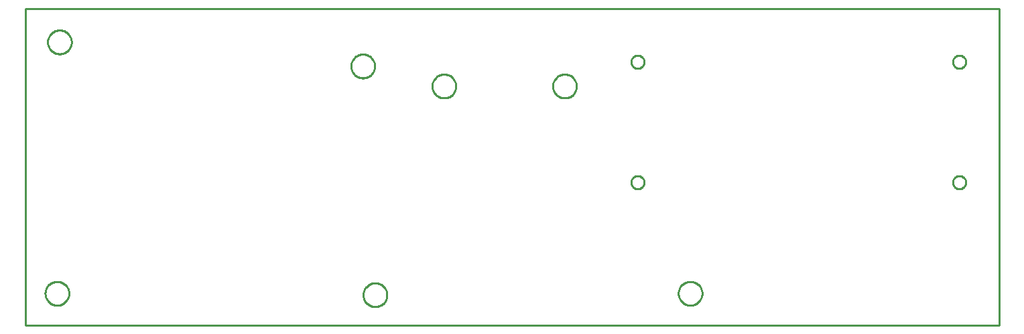
<source format=gbr>
G04 EAGLE Gerber RS-274X export*
G75*
%MOMM*%
%FSLAX34Y34*%
%LPD*%
%IN*%
%IPPOS*%
%AMOC8*
5,1,8,0,0,1.08239X$1,22.5*%
G01*
%ADD10C,0.254000*%


D10*
X-20000Y20000D02*
X1210000Y20000D01*
X1210000Y420000D01*
X-20000Y420000D01*
X-20000Y20000D01*
X421400Y346964D02*
X421324Y345896D01*
X421171Y344835D01*
X420943Y343788D01*
X420641Y342760D01*
X420267Y341756D01*
X419822Y340781D01*
X419308Y339841D01*
X418729Y338940D01*
X418087Y338082D01*
X417385Y337272D01*
X416628Y336515D01*
X415818Y335813D01*
X414960Y335171D01*
X414059Y334592D01*
X413119Y334078D01*
X412144Y333633D01*
X411140Y333259D01*
X410112Y332957D01*
X409065Y332729D01*
X408004Y332576D01*
X406936Y332500D01*
X405864Y332500D01*
X404796Y332576D01*
X403735Y332729D01*
X402688Y332957D01*
X401660Y333259D01*
X400656Y333633D01*
X399681Y334078D01*
X398741Y334592D01*
X397840Y335171D01*
X396982Y335813D01*
X396172Y336515D01*
X395415Y337272D01*
X394713Y338082D01*
X394071Y338940D01*
X393492Y339841D01*
X392978Y340781D01*
X392533Y341756D01*
X392159Y342760D01*
X391857Y343788D01*
X391629Y344835D01*
X391476Y345896D01*
X391400Y346964D01*
X391400Y348036D01*
X391476Y349104D01*
X391629Y350165D01*
X391857Y351212D01*
X392159Y352240D01*
X392533Y353244D01*
X392978Y354219D01*
X393492Y355159D01*
X394071Y356060D01*
X394713Y356918D01*
X395415Y357728D01*
X396172Y358485D01*
X396982Y359187D01*
X397840Y359829D01*
X398741Y360408D01*
X399681Y360922D01*
X400656Y361367D01*
X401660Y361741D01*
X402688Y362043D01*
X403735Y362271D01*
X404796Y362424D01*
X405864Y362500D01*
X406936Y362500D01*
X408004Y362424D01*
X409065Y362271D01*
X410112Y362043D01*
X411140Y361741D01*
X412144Y361367D01*
X413119Y360922D01*
X414059Y360408D01*
X414960Y359829D01*
X415818Y359187D01*
X416628Y358485D01*
X417385Y357728D01*
X418087Y356918D01*
X418729Y356060D01*
X419308Y355159D01*
X419822Y354219D01*
X420267Y353244D01*
X420641Y352240D01*
X420943Y351212D01*
X421171Y350165D01*
X421324Y349104D01*
X421400Y348036D01*
X421400Y346964D01*
X436800Y57564D02*
X436724Y56496D01*
X436571Y55435D01*
X436343Y54388D01*
X436041Y53360D01*
X435667Y52356D01*
X435222Y51381D01*
X434708Y50441D01*
X434129Y49540D01*
X433487Y48682D01*
X432785Y47872D01*
X432028Y47115D01*
X431218Y46413D01*
X430360Y45771D01*
X429459Y45192D01*
X428519Y44678D01*
X427544Y44233D01*
X426540Y43859D01*
X425512Y43557D01*
X424465Y43329D01*
X423404Y43176D01*
X422336Y43100D01*
X421264Y43100D01*
X420196Y43176D01*
X419135Y43329D01*
X418088Y43557D01*
X417060Y43859D01*
X416056Y44233D01*
X415081Y44678D01*
X414141Y45192D01*
X413240Y45771D01*
X412382Y46413D01*
X411572Y47115D01*
X410815Y47872D01*
X410113Y48682D01*
X409471Y49540D01*
X408892Y50441D01*
X408378Y51381D01*
X407933Y52356D01*
X407559Y53360D01*
X407257Y54388D01*
X407029Y55435D01*
X406876Y56496D01*
X406800Y57564D01*
X406800Y58636D01*
X406876Y59704D01*
X407029Y60765D01*
X407257Y61812D01*
X407559Y62840D01*
X407933Y63844D01*
X408378Y64819D01*
X408892Y65759D01*
X409471Y66660D01*
X410113Y67518D01*
X410815Y68328D01*
X411572Y69085D01*
X412382Y69787D01*
X413240Y70429D01*
X414141Y71008D01*
X415081Y71522D01*
X416056Y71967D01*
X417060Y72341D01*
X418088Y72643D01*
X419135Y72871D01*
X420196Y73024D01*
X421264Y73100D01*
X422336Y73100D01*
X423404Y73024D01*
X424465Y72871D01*
X425512Y72643D01*
X426540Y72341D01*
X427544Y71967D01*
X428519Y71522D01*
X429459Y71008D01*
X430360Y70429D01*
X431218Y69787D01*
X432028Y69085D01*
X432785Y68328D01*
X433487Y67518D01*
X434129Y66660D01*
X434708Y65759D01*
X435222Y64819D01*
X435667Y63844D01*
X436041Y62840D01*
X436343Y61812D01*
X436571Y60765D01*
X436724Y59704D01*
X436800Y58636D01*
X436800Y57564D01*
X38180Y377444D02*
X38104Y376376D01*
X37951Y375315D01*
X37723Y374268D01*
X37421Y373240D01*
X37047Y372236D01*
X36602Y371261D01*
X36088Y370321D01*
X35509Y369420D01*
X34867Y368562D01*
X34165Y367752D01*
X33408Y366995D01*
X32598Y366293D01*
X31740Y365651D01*
X30839Y365072D01*
X29899Y364558D01*
X28924Y364113D01*
X27920Y363739D01*
X26892Y363437D01*
X25845Y363209D01*
X24784Y363056D01*
X23716Y362980D01*
X22644Y362980D01*
X21576Y363056D01*
X20515Y363209D01*
X19468Y363437D01*
X18440Y363739D01*
X17436Y364113D01*
X16461Y364558D01*
X15521Y365072D01*
X14620Y365651D01*
X13762Y366293D01*
X12952Y366995D01*
X12195Y367752D01*
X11493Y368562D01*
X10851Y369420D01*
X10272Y370321D01*
X9758Y371261D01*
X9313Y372236D01*
X8939Y373240D01*
X8637Y374268D01*
X8409Y375315D01*
X8256Y376376D01*
X8180Y377444D01*
X8180Y378516D01*
X8256Y379584D01*
X8409Y380645D01*
X8637Y381692D01*
X8939Y382720D01*
X9313Y383724D01*
X9758Y384699D01*
X10272Y385639D01*
X10851Y386540D01*
X11493Y387398D01*
X12195Y388208D01*
X12952Y388965D01*
X13762Y389667D01*
X14620Y390309D01*
X15521Y390888D01*
X16461Y391402D01*
X17436Y391847D01*
X18440Y392221D01*
X19468Y392523D01*
X20515Y392751D01*
X21576Y392904D01*
X22644Y392980D01*
X23716Y392980D01*
X24784Y392904D01*
X25845Y392751D01*
X26892Y392523D01*
X27920Y392221D01*
X28924Y391847D01*
X29899Y391402D01*
X30839Y390888D01*
X31740Y390309D01*
X32598Y389667D01*
X33408Y388965D01*
X34165Y388208D01*
X34867Y387398D01*
X35509Y386540D01*
X36088Y385639D01*
X36602Y384699D01*
X37047Y383724D01*
X37421Y382720D01*
X37723Y381692D01*
X37951Y380645D01*
X38104Y379584D01*
X38180Y378516D01*
X38180Y377444D01*
X35000Y59464D02*
X34924Y58396D01*
X34771Y57335D01*
X34543Y56288D01*
X34241Y55260D01*
X33867Y54256D01*
X33422Y53281D01*
X32908Y52341D01*
X32329Y51440D01*
X31687Y50582D01*
X30985Y49772D01*
X30228Y49015D01*
X29418Y48313D01*
X28560Y47671D01*
X27659Y47092D01*
X26719Y46578D01*
X25744Y46133D01*
X24740Y45759D01*
X23712Y45457D01*
X22665Y45229D01*
X21604Y45076D01*
X20536Y45000D01*
X19464Y45000D01*
X18396Y45076D01*
X17335Y45229D01*
X16288Y45457D01*
X15260Y45759D01*
X14256Y46133D01*
X13281Y46578D01*
X12341Y47092D01*
X11440Y47671D01*
X10582Y48313D01*
X9772Y49015D01*
X9015Y49772D01*
X8313Y50582D01*
X7671Y51440D01*
X7092Y52341D01*
X6578Y53281D01*
X6133Y54256D01*
X5759Y55260D01*
X5457Y56288D01*
X5229Y57335D01*
X5076Y58396D01*
X5000Y59464D01*
X5000Y60536D01*
X5076Y61604D01*
X5229Y62665D01*
X5457Y63712D01*
X5759Y64740D01*
X6133Y65744D01*
X6578Y66719D01*
X7092Y67659D01*
X7671Y68560D01*
X8313Y69418D01*
X9015Y70228D01*
X9772Y70985D01*
X10582Y71687D01*
X11440Y72329D01*
X12341Y72908D01*
X13281Y73422D01*
X14256Y73867D01*
X15260Y74241D01*
X16288Y74543D01*
X17335Y74771D01*
X18396Y74924D01*
X19464Y75000D01*
X20536Y75000D01*
X21604Y74924D01*
X22665Y74771D01*
X23712Y74543D01*
X24740Y74241D01*
X25744Y73867D01*
X26719Y73422D01*
X27659Y72908D01*
X28560Y72329D01*
X29418Y71687D01*
X30228Y70985D01*
X30985Y70228D01*
X31687Y69418D01*
X32329Y68560D01*
X32908Y67659D01*
X33422Y66719D01*
X33867Y65744D01*
X34241Y64740D01*
X34543Y63712D01*
X34771Y62665D01*
X34924Y61604D01*
X35000Y60536D01*
X35000Y59464D01*
X835000Y59464D02*
X834924Y58396D01*
X834771Y57335D01*
X834543Y56288D01*
X834241Y55260D01*
X833867Y54256D01*
X833422Y53281D01*
X832908Y52341D01*
X832329Y51440D01*
X831687Y50582D01*
X830985Y49772D01*
X830228Y49015D01*
X829418Y48313D01*
X828560Y47671D01*
X827659Y47092D01*
X826719Y46578D01*
X825744Y46133D01*
X824740Y45759D01*
X823712Y45457D01*
X822665Y45229D01*
X821604Y45076D01*
X820536Y45000D01*
X819464Y45000D01*
X818396Y45076D01*
X817335Y45229D01*
X816288Y45457D01*
X815260Y45759D01*
X814256Y46133D01*
X813281Y46578D01*
X812341Y47092D01*
X811440Y47671D01*
X810582Y48313D01*
X809772Y49015D01*
X809015Y49772D01*
X808313Y50582D01*
X807671Y51440D01*
X807092Y52341D01*
X806578Y53281D01*
X806133Y54256D01*
X805759Y55260D01*
X805457Y56288D01*
X805229Y57335D01*
X805076Y58396D01*
X805000Y59464D01*
X805000Y60536D01*
X805076Y61604D01*
X805229Y62665D01*
X805457Y63712D01*
X805759Y64740D01*
X806133Y65744D01*
X806578Y66719D01*
X807092Y67659D01*
X807671Y68560D01*
X808313Y69418D01*
X809015Y70228D01*
X809772Y70985D01*
X810582Y71687D01*
X811440Y72329D01*
X812341Y72908D01*
X813281Y73422D01*
X814256Y73867D01*
X815260Y74241D01*
X816288Y74543D01*
X817335Y74771D01*
X818396Y74924D01*
X819464Y75000D01*
X820536Y75000D01*
X821604Y74924D01*
X822665Y74771D01*
X823712Y74543D01*
X824740Y74241D01*
X825744Y73867D01*
X826719Y73422D01*
X827659Y72908D01*
X828560Y72329D01*
X829418Y71687D01*
X830228Y70985D01*
X830985Y70228D01*
X831687Y69418D01*
X832329Y68560D01*
X832908Y67659D01*
X833422Y66719D01*
X833867Y65744D01*
X834241Y64740D01*
X834543Y63712D01*
X834771Y62665D01*
X834924Y61604D01*
X835000Y60536D01*
X835000Y59464D01*
X523920Y321644D02*
X523844Y320576D01*
X523691Y319515D01*
X523463Y318468D01*
X523161Y317440D01*
X522787Y316436D01*
X522342Y315461D01*
X521828Y314521D01*
X521249Y313620D01*
X520607Y312762D01*
X519905Y311952D01*
X519148Y311195D01*
X518338Y310493D01*
X517480Y309851D01*
X516579Y309272D01*
X515639Y308758D01*
X514664Y308313D01*
X513660Y307939D01*
X512632Y307637D01*
X511585Y307409D01*
X510524Y307256D01*
X509456Y307180D01*
X508384Y307180D01*
X507316Y307256D01*
X506255Y307409D01*
X505208Y307637D01*
X504180Y307939D01*
X503176Y308313D01*
X502201Y308758D01*
X501261Y309272D01*
X500360Y309851D01*
X499502Y310493D01*
X498692Y311195D01*
X497935Y311952D01*
X497233Y312762D01*
X496591Y313620D01*
X496012Y314521D01*
X495498Y315461D01*
X495053Y316436D01*
X494679Y317440D01*
X494377Y318468D01*
X494149Y319515D01*
X493996Y320576D01*
X493920Y321644D01*
X493920Y322716D01*
X493996Y323784D01*
X494149Y324845D01*
X494377Y325892D01*
X494679Y326920D01*
X495053Y327924D01*
X495498Y328899D01*
X496012Y329839D01*
X496591Y330740D01*
X497233Y331598D01*
X497935Y332408D01*
X498692Y333165D01*
X499502Y333867D01*
X500360Y334509D01*
X501261Y335088D01*
X502201Y335602D01*
X503176Y336047D01*
X504180Y336421D01*
X505208Y336723D01*
X506255Y336951D01*
X507316Y337104D01*
X508384Y337180D01*
X509456Y337180D01*
X510524Y337104D01*
X511585Y336951D01*
X512632Y336723D01*
X513660Y336421D01*
X514664Y336047D01*
X515639Y335602D01*
X516579Y335088D01*
X517480Y334509D01*
X518338Y333867D01*
X519148Y333165D01*
X519905Y332408D01*
X520607Y331598D01*
X521249Y330740D01*
X521828Y329839D01*
X522342Y328899D01*
X522787Y327924D01*
X523161Y326920D01*
X523463Y325892D01*
X523691Y324845D01*
X523844Y323784D01*
X523920Y322716D01*
X523920Y321644D01*
X676320Y321644D02*
X676244Y320576D01*
X676091Y319515D01*
X675863Y318468D01*
X675561Y317440D01*
X675187Y316436D01*
X674742Y315461D01*
X674228Y314521D01*
X673649Y313620D01*
X673007Y312762D01*
X672305Y311952D01*
X671548Y311195D01*
X670738Y310493D01*
X669880Y309851D01*
X668979Y309272D01*
X668039Y308758D01*
X667064Y308313D01*
X666060Y307939D01*
X665032Y307637D01*
X663985Y307409D01*
X662924Y307256D01*
X661856Y307180D01*
X660784Y307180D01*
X659716Y307256D01*
X658655Y307409D01*
X657608Y307637D01*
X656580Y307939D01*
X655576Y308313D01*
X654601Y308758D01*
X653661Y309272D01*
X652760Y309851D01*
X651902Y310493D01*
X651092Y311195D01*
X650335Y311952D01*
X649633Y312762D01*
X648991Y313620D01*
X648412Y314521D01*
X647898Y315461D01*
X647453Y316436D01*
X647079Y317440D01*
X646777Y318468D01*
X646549Y319515D01*
X646396Y320576D01*
X646320Y321644D01*
X646320Y322716D01*
X646396Y323784D01*
X646549Y324845D01*
X646777Y325892D01*
X647079Y326920D01*
X647453Y327924D01*
X647898Y328899D01*
X648412Y329839D01*
X648991Y330740D01*
X649633Y331598D01*
X650335Y332408D01*
X651092Y333165D01*
X651902Y333867D01*
X652760Y334509D01*
X653661Y335088D01*
X654601Y335602D01*
X655576Y336047D01*
X656580Y336421D01*
X657608Y336723D01*
X658655Y336951D01*
X659716Y337104D01*
X660784Y337180D01*
X661856Y337180D01*
X662924Y337104D01*
X663985Y336951D01*
X665032Y336723D01*
X666060Y336421D01*
X667064Y336047D01*
X668039Y335602D01*
X668979Y335088D01*
X669880Y334509D01*
X670738Y333867D01*
X671548Y333165D01*
X672305Y332408D01*
X673007Y331598D01*
X673649Y330740D01*
X674228Y329839D01*
X674742Y328899D01*
X675187Y327924D01*
X675561Y326920D01*
X675863Y325892D01*
X676091Y324845D01*
X676244Y323784D01*
X676320Y322716D01*
X676320Y321644D01*
X1151545Y353306D02*
X1151625Y354113D01*
X1151783Y354908D01*
X1152018Y355684D01*
X1152329Y356434D01*
X1152711Y357149D01*
X1153162Y357823D01*
X1153676Y358450D01*
X1154250Y359024D01*
X1154877Y359538D01*
X1155551Y359989D01*
X1156266Y360371D01*
X1157016Y360682D01*
X1157792Y360917D01*
X1158587Y361076D01*
X1159394Y361155D01*
X1160206Y361155D01*
X1161013Y361076D01*
X1161808Y360917D01*
X1162584Y360682D01*
X1163334Y360371D01*
X1164049Y359989D01*
X1164723Y359538D01*
X1165350Y359024D01*
X1165924Y358450D01*
X1166438Y357823D01*
X1166889Y357149D01*
X1167271Y356434D01*
X1167582Y355684D01*
X1167817Y354908D01*
X1167976Y354113D01*
X1168055Y353306D01*
X1168055Y352494D01*
X1167976Y351687D01*
X1167817Y350892D01*
X1167582Y350116D01*
X1167271Y349366D01*
X1166889Y348651D01*
X1166438Y347977D01*
X1165924Y347350D01*
X1165350Y346776D01*
X1164723Y346262D01*
X1164049Y345811D01*
X1163334Y345429D01*
X1162584Y345118D01*
X1161808Y344883D01*
X1161013Y344725D01*
X1160206Y344645D01*
X1159394Y344645D01*
X1158587Y344725D01*
X1157792Y344883D01*
X1157016Y345118D01*
X1156266Y345429D01*
X1155551Y345811D01*
X1154877Y346262D01*
X1154250Y346776D01*
X1153676Y347350D01*
X1153162Y347977D01*
X1152711Y348651D01*
X1152329Y349366D01*
X1152018Y350116D01*
X1151783Y350892D01*
X1151625Y351687D01*
X1151545Y352494D01*
X1151545Y353306D01*
X1151545Y200906D02*
X1151625Y201713D01*
X1151783Y202508D01*
X1152018Y203284D01*
X1152329Y204034D01*
X1152711Y204749D01*
X1153162Y205423D01*
X1153676Y206050D01*
X1154250Y206624D01*
X1154877Y207138D01*
X1155551Y207589D01*
X1156266Y207971D01*
X1157016Y208282D01*
X1157792Y208517D01*
X1158587Y208676D01*
X1159394Y208755D01*
X1160206Y208755D01*
X1161013Y208676D01*
X1161808Y208517D01*
X1162584Y208282D01*
X1163334Y207971D01*
X1164049Y207589D01*
X1164723Y207138D01*
X1165350Y206624D01*
X1165924Y206050D01*
X1166438Y205423D01*
X1166889Y204749D01*
X1167271Y204034D01*
X1167582Y203284D01*
X1167817Y202508D01*
X1167976Y201713D01*
X1168055Y200906D01*
X1168055Y200094D01*
X1167976Y199287D01*
X1167817Y198492D01*
X1167582Y197716D01*
X1167271Y196966D01*
X1166889Y196251D01*
X1166438Y195577D01*
X1165924Y194950D01*
X1165350Y194376D01*
X1164723Y193862D01*
X1164049Y193411D01*
X1163334Y193029D01*
X1162584Y192718D01*
X1161808Y192483D01*
X1161013Y192325D01*
X1160206Y192245D01*
X1159394Y192245D01*
X1158587Y192325D01*
X1157792Y192483D01*
X1157016Y192718D01*
X1156266Y193029D01*
X1155551Y193411D01*
X1154877Y193862D01*
X1154250Y194376D01*
X1153676Y194950D01*
X1153162Y195577D01*
X1152711Y196251D01*
X1152329Y196966D01*
X1152018Y197716D01*
X1151783Y198492D01*
X1151625Y199287D01*
X1151545Y200094D01*
X1151545Y200906D01*
X745145Y200906D02*
X745225Y201713D01*
X745383Y202508D01*
X745618Y203284D01*
X745929Y204034D01*
X746311Y204749D01*
X746762Y205423D01*
X747276Y206050D01*
X747850Y206624D01*
X748477Y207138D01*
X749151Y207589D01*
X749866Y207971D01*
X750616Y208282D01*
X751392Y208517D01*
X752187Y208676D01*
X752994Y208755D01*
X753806Y208755D01*
X754613Y208676D01*
X755408Y208517D01*
X756184Y208282D01*
X756934Y207971D01*
X757649Y207589D01*
X758323Y207138D01*
X758950Y206624D01*
X759524Y206050D01*
X760038Y205423D01*
X760489Y204749D01*
X760871Y204034D01*
X761182Y203284D01*
X761417Y202508D01*
X761576Y201713D01*
X761655Y200906D01*
X761655Y200094D01*
X761576Y199287D01*
X761417Y198492D01*
X761182Y197716D01*
X760871Y196966D01*
X760489Y196251D01*
X760038Y195577D01*
X759524Y194950D01*
X758950Y194376D01*
X758323Y193862D01*
X757649Y193411D01*
X756934Y193029D01*
X756184Y192718D01*
X755408Y192483D01*
X754613Y192325D01*
X753806Y192245D01*
X752994Y192245D01*
X752187Y192325D01*
X751392Y192483D01*
X750616Y192718D01*
X749866Y193029D01*
X749151Y193411D01*
X748477Y193862D01*
X747850Y194376D01*
X747276Y194950D01*
X746762Y195577D01*
X746311Y196251D01*
X745929Y196966D01*
X745618Y197716D01*
X745383Y198492D01*
X745225Y199287D01*
X745145Y200094D01*
X745145Y200906D01*
X745145Y353306D02*
X745225Y354113D01*
X745383Y354908D01*
X745618Y355684D01*
X745929Y356434D01*
X746311Y357149D01*
X746762Y357823D01*
X747276Y358450D01*
X747850Y359024D01*
X748477Y359538D01*
X749151Y359989D01*
X749866Y360371D01*
X750616Y360682D01*
X751392Y360917D01*
X752187Y361076D01*
X752994Y361155D01*
X753806Y361155D01*
X754613Y361076D01*
X755408Y360917D01*
X756184Y360682D01*
X756934Y360371D01*
X757649Y359989D01*
X758323Y359538D01*
X758950Y359024D01*
X759524Y358450D01*
X760038Y357823D01*
X760489Y357149D01*
X760871Y356434D01*
X761182Y355684D01*
X761417Y354908D01*
X761576Y354113D01*
X761655Y353306D01*
X761655Y352494D01*
X761576Y351687D01*
X761417Y350892D01*
X761182Y350116D01*
X760871Y349366D01*
X760489Y348651D01*
X760038Y347977D01*
X759524Y347350D01*
X758950Y346776D01*
X758323Y346262D01*
X757649Y345811D01*
X756934Y345429D01*
X756184Y345118D01*
X755408Y344883D01*
X754613Y344725D01*
X753806Y344645D01*
X752994Y344645D01*
X752187Y344725D01*
X751392Y344883D01*
X750616Y345118D01*
X749866Y345429D01*
X749151Y345811D01*
X748477Y346262D01*
X747850Y346776D01*
X747276Y347350D01*
X746762Y347977D01*
X746311Y348651D01*
X745929Y349366D01*
X745618Y350116D01*
X745383Y350892D01*
X745225Y351687D01*
X745145Y352494D01*
X745145Y353306D01*
M02*

</source>
